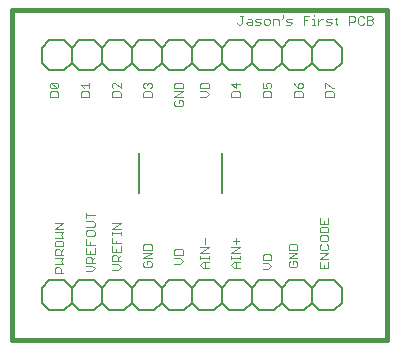
<source format=gto>
G75*
G70*
%OFA0B0*%
%FSLAX24Y24*%
%IPPOS*%
%LPD*%
%AMOC8*
5,1,8,0,0,1.08239X$1,22.5*
%
%ADD10C,0.0160*%
%ADD11C,0.0030*%
%ADD12C,0.0080*%
%ADD13C,0.0060*%
D10*
X000653Y000651D02*
X013153Y000651D01*
X013153Y011651D01*
X000653Y011651D01*
X000653Y000651D01*
D11*
X002081Y002895D02*
X002081Y003040D01*
X002129Y003088D01*
X002226Y003088D01*
X002274Y003040D01*
X002274Y002895D01*
X002371Y002895D02*
X002081Y002895D01*
X002081Y003189D02*
X002371Y003189D01*
X002274Y003286D01*
X002371Y003383D01*
X002081Y003383D01*
X002081Y003484D02*
X002081Y003629D01*
X002129Y003677D01*
X002226Y003677D01*
X002274Y003629D01*
X002274Y003484D01*
X002274Y003581D02*
X002371Y003677D01*
X002371Y003779D02*
X002371Y003924D01*
X002323Y003972D01*
X002129Y003972D01*
X002081Y003924D01*
X002081Y003779D01*
X002371Y003779D01*
X002371Y003484D02*
X002081Y003484D01*
X002081Y004073D02*
X002371Y004073D01*
X002274Y004170D01*
X002371Y004267D01*
X002081Y004267D01*
X002081Y004368D02*
X002371Y004561D01*
X002081Y004561D01*
X002081Y004368D02*
X002371Y004368D01*
X003120Y004420D02*
X003362Y004420D01*
X003411Y004468D01*
X003411Y004565D01*
X003362Y004613D01*
X003120Y004613D01*
X003120Y004714D02*
X003120Y004908D01*
X003120Y004811D02*
X003411Y004811D01*
X003362Y004319D02*
X003169Y004319D01*
X003120Y004270D01*
X003120Y004173D01*
X003169Y004125D01*
X003362Y004125D01*
X003411Y004173D01*
X003411Y004270D01*
X003362Y004319D01*
X003120Y004024D02*
X003120Y003830D01*
X003411Y003830D01*
X003411Y003729D02*
X003411Y003536D01*
X003120Y003536D01*
X003120Y003729D01*
X003265Y003632D02*
X003265Y003536D01*
X003265Y003435D02*
X003169Y003435D01*
X003120Y003386D01*
X003120Y003241D01*
X003411Y003241D01*
X003314Y003241D02*
X003314Y003386D01*
X003265Y003435D01*
X003314Y003338D02*
X003411Y003435D01*
X003314Y003140D02*
X003120Y003140D01*
X003120Y002946D02*
X003314Y002946D01*
X003411Y003043D01*
X003314Y003140D01*
X003986Y003186D02*
X004180Y003186D01*
X004277Y003090D01*
X004180Y002993D01*
X003986Y002993D01*
X003986Y003288D02*
X003986Y003433D01*
X004035Y003481D01*
X004132Y003481D01*
X004180Y003433D01*
X004180Y003288D01*
X004180Y003384D02*
X004277Y003481D01*
X004277Y003582D02*
X004277Y003776D01*
X004277Y003877D02*
X003986Y003877D01*
X003986Y004070D01*
X003986Y004171D02*
X003986Y004268D01*
X003986Y004220D02*
X004277Y004220D01*
X004277Y004268D02*
X004277Y004171D01*
X004132Y003974D02*
X004132Y003877D01*
X003986Y003776D02*
X003986Y003582D01*
X004277Y003582D01*
X004132Y003582D02*
X004132Y003679D01*
X004277Y003288D02*
X003986Y003288D01*
X003265Y003830D02*
X003265Y003927D01*
X003986Y004368D02*
X004277Y004561D01*
X003986Y004561D01*
X003986Y004368D02*
X004277Y004368D01*
X005026Y003820D02*
X005026Y003675D01*
X005316Y003675D01*
X005316Y003820D01*
X005268Y003868D01*
X005074Y003868D01*
X005026Y003820D01*
X005026Y003574D02*
X005316Y003574D01*
X005026Y003380D01*
X005316Y003380D01*
X005268Y003279D02*
X005171Y003279D01*
X005171Y003182D01*
X005074Y003086D02*
X005268Y003086D01*
X005316Y003134D01*
X005316Y003231D01*
X005268Y003279D01*
X005074Y003279D02*
X005026Y003231D01*
X005026Y003134D01*
X005074Y003086D01*
X006065Y003207D02*
X006259Y003207D01*
X006355Y003304D01*
X006259Y003401D01*
X006065Y003401D01*
X006065Y003502D02*
X006065Y003647D01*
X006114Y003695D01*
X006307Y003695D01*
X006355Y003647D01*
X006355Y003502D01*
X006065Y003502D01*
X006931Y003454D02*
X006931Y003357D01*
X006931Y003406D02*
X007222Y003406D01*
X007222Y003454D02*
X007222Y003357D01*
X007222Y003256D02*
X007028Y003256D01*
X006931Y003159D01*
X007028Y003063D01*
X007222Y003063D01*
X007076Y003063D02*
X007076Y003256D01*
X006931Y003554D02*
X007222Y003747D01*
X006931Y003747D01*
X007076Y003848D02*
X007076Y004042D01*
X007222Y003554D02*
X006931Y003554D01*
X007971Y003554D02*
X008261Y003747D01*
X007971Y003747D01*
X008116Y003848D02*
X008116Y004042D01*
X008019Y003945D02*
X008213Y003945D01*
X008261Y003554D02*
X007971Y003554D01*
X007971Y003454D02*
X007971Y003357D01*
X007971Y003406D02*
X008261Y003406D01*
X008261Y003454D02*
X008261Y003357D01*
X008261Y003256D02*
X008067Y003256D01*
X007971Y003159D01*
X008067Y003063D01*
X008261Y003063D01*
X008116Y003063D02*
X008116Y003256D01*
X009010Y003227D02*
X009204Y003227D01*
X009300Y003131D01*
X009204Y003034D01*
X009010Y003034D01*
X009010Y003329D02*
X009010Y003474D01*
X009058Y003522D01*
X009252Y003522D01*
X009300Y003474D01*
X009300Y003329D01*
X009010Y003329D01*
X009876Y003380D02*
X010166Y003574D01*
X009876Y003574D01*
X009876Y003675D02*
X009876Y003820D01*
X009925Y003868D01*
X010118Y003868D01*
X010166Y003820D01*
X010166Y003675D01*
X009876Y003675D01*
X009876Y003380D02*
X010166Y003380D01*
X010118Y003279D02*
X010021Y003279D01*
X010021Y003182D01*
X009925Y003086D02*
X010118Y003086D01*
X010166Y003134D01*
X010166Y003231D01*
X010118Y003279D01*
X009925Y003279D02*
X009876Y003231D01*
X009876Y003134D01*
X009925Y003086D01*
X010916Y003068D02*
X011206Y003068D01*
X011206Y003261D01*
X011206Y003363D02*
X010916Y003363D01*
X011206Y003556D01*
X010916Y003556D01*
X010964Y003657D02*
X011157Y003657D01*
X011206Y003706D01*
X011206Y003802D01*
X011157Y003851D01*
X011157Y003952D02*
X010964Y003952D01*
X010916Y004000D01*
X010916Y004097D01*
X010964Y004145D01*
X011157Y004145D01*
X011206Y004097D01*
X011206Y004000D01*
X011157Y003952D01*
X010964Y003851D02*
X010916Y003802D01*
X010916Y003706D01*
X010964Y003657D01*
X010916Y003261D02*
X010916Y003068D01*
X011061Y003068D02*
X011061Y003165D01*
X010916Y004246D02*
X011206Y004246D01*
X011206Y004392D01*
X011157Y004440D01*
X010964Y004440D01*
X010916Y004392D01*
X010916Y004246D01*
X010916Y004541D02*
X011206Y004541D01*
X011206Y004735D01*
X011061Y004638D02*
X011061Y004541D01*
X010916Y004541D02*
X010916Y004735D01*
X011089Y008750D02*
X011089Y008896D01*
X011137Y008944D01*
X011331Y008944D01*
X011379Y008896D01*
X011379Y008750D01*
X011089Y008750D01*
X011089Y009045D02*
X011089Y009239D01*
X011137Y009239D01*
X011331Y009045D01*
X011379Y009045D01*
X010340Y009093D02*
X010340Y009190D01*
X010291Y009239D01*
X010243Y009239D01*
X010195Y009190D01*
X010195Y009045D01*
X010291Y009045D01*
X010340Y009093D01*
X010195Y009045D02*
X010098Y009142D01*
X010049Y009239D01*
X010098Y008944D02*
X010049Y008896D01*
X010049Y008750D01*
X010340Y008750D01*
X010340Y008896D01*
X010291Y008944D01*
X010098Y008944D01*
X009300Y008896D02*
X009300Y008750D01*
X009010Y008750D01*
X009010Y008896D01*
X009058Y008944D01*
X009252Y008944D01*
X009300Y008896D01*
X009252Y009045D02*
X009300Y009093D01*
X009300Y009190D01*
X009252Y009239D01*
X009155Y009239D01*
X009107Y009190D01*
X009107Y009142D01*
X009155Y009045D01*
X009010Y009045D01*
X009010Y009239D01*
X008261Y009190D02*
X007971Y009190D01*
X008116Y009045D01*
X008116Y009239D01*
X008213Y008944D02*
X008019Y008944D01*
X007971Y008896D01*
X007971Y008750D01*
X008261Y008750D01*
X008261Y008896D01*
X008213Y008944D01*
X007222Y008847D02*
X007125Y008944D01*
X006931Y008944D01*
X006931Y009045D02*
X006931Y009190D01*
X006980Y009239D01*
X007173Y009239D01*
X007222Y009190D01*
X007222Y009045D01*
X006931Y009045D01*
X006931Y008750D02*
X007125Y008750D01*
X007222Y008847D01*
X006355Y008750D02*
X006065Y008750D01*
X006355Y008944D01*
X006065Y008944D01*
X006065Y009045D02*
X006065Y009190D01*
X006114Y009239D01*
X006307Y009239D01*
X006355Y009190D01*
X006355Y009045D01*
X006065Y009045D01*
X006114Y008649D02*
X006065Y008601D01*
X006065Y008504D01*
X006114Y008456D01*
X006307Y008456D01*
X006355Y008504D01*
X006355Y008601D01*
X006307Y008649D01*
X006210Y008649D01*
X006210Y008553D01*
X005316Y008750D02*
X005316Y008896D01*
X005268Y008944D01*
X005074Y008944D01*
X005026Y008896D01*
X005026Y008750D01*
X005316Y008750D01*
X005268Y009045D02*
X005316Y009093D01*
X005316Y009190D01*
X005268Y009239D01*
X005219Y009239D01*
X005171Y009190D01*
X005171Y009142D01*
X005171Y009190D02*
X005123Y009239D01*
X005074Y009239D01*
X005026Y009190D01*
X005026Y009093D01*
X005074Y009045D01*
X004277Y009045D02*
X004083Y009239D01*
X004035Y009239D01*
X003986Y009190D01*
X003986Y009093D01*
X004035Y009045D01*
X004035Y008944D02*
X003986Y008896D01*
X003986Y008750D01*
X004277Y008750D01*
X004277Y008896D01*
X004228Y008944D01*
X004035Y008944D01*
X004277Y009045D02*
X004277Y009239D01*
X003237Y009239D02*
X003237Y009045D01*
X003237Y009142D02*
X002947Y009142D01*
X003044Y009045D01*
X002995Y008944D02*
X002947Y008896D01*
X002947Y008750D01*
X003237Y008750D01*
X003237Y008896D01*
X003189Y008944D01*
X002995Y008944D01*
X002198Y008896D02*
X002198Y008750D01*
X001908Y008750D01*
X001908Y008896D01*
X001956Y008944D01*
X002150Y008944D01*
X002198Y008896D01*
X002150Y009045D02*
X001956Y009045D01*
X001908Y009093D01*
X001908Y009190D01*
X001956Y009239D01*
X002150Y009045D01*
X002198Y009093D01*
X002198Y009190D01*
X002150Y009239D01*
X001956Y009239D01*
X008168Y011215D02*
X008216Y011166D01*
X008264Y011166D01*
X008313Y011215D01*
X008313Y011457D01*
X008361Y011457D02*
X008264Y011457D01*
X008511Y011360D02*
X008608Y011360D01*
X008656Y011312D01*
X008656Y011166D01*
X008511Y011166D01*
X008462Y011215D01*
X008511Y011263D01*
X008656Y011263D01*
X008757Y011312D02*
X008805Y011360D01*
X008951Y011360D01*
X008902Y011263D02*
X008805Y011263D01*
X008757Y011312D01*
X008757Y011166D02*
X008902Y011166D01*
X008951Y011215D01*
X008902Y011263D01*
X009052Y011215D02*
X009100Y011166D01*
X009197Y011166D01*
X009245Y011215D01*
X009245Y011312D01*
X009197Y011360D01*
X009100Y011360D01*
X009052Y011312D01*
X009052Y011215D01*
X009346Y011166D02*
X009346Y011360D01*
X009491Y011360D01*
X009540Y011312D01*
X009540Y011166D01*
X009788Y011166D02*
X009933Y011166D01*
X009982Y011215D01*
X009933Y011263D01*
X009837Y011263D01*
X009788Y011312D01*
X009837Y011360D01*
X009982Y011360D01*
X009689Y011408D02*
X009641Y011360D01*
X009689Y011408D02*
X009689Y011505D01*
X010378Y011457D02*
X010378Y011166D01*
X010378Y011312D02*
X010474Y011312D01*
X010378Y011457D02*
X010571Y011457D01*
X010672Y011360D02*
X010721Y011360D01*
X010721Y011166D01*
X010769Y011166D02*
X010672Y011166D01*
X010869Y011166D02*
X010869Y011360D01*
X010965Y011360D02*
X010869Y011263D01*
X010965Y011360D02*
X011014Y011360D01*
X011114Y011312D02*
X011163Y011360D01*
X011308Y011360D01*
X011409Y011360D02*
X011506Y011360D01*
X011457Y011408D02*
X011457Y011215D01*
X011506Y011166D01*
X011308Y011215D02*
X011259Y011166D01*
X011114Y011166D01*
X011163Y011263D02*
X011114Y011312D01*
X011163Y011263D02*
X011259Y011263D01*
X011308Y011215D01*
X010721Y011457D02*
X010721Y011505D01*
X011900Y011457D02*
X011900Y011166D01*
X011900Y011263D02*
X012045Y011263D01*
X012093Y011312D01*
X012093Y011408D01*
X012045Y011457D01*
X011900Y011457D01*
X012195Y011408D02*
X012195Y011215D01*
X012243Y011166D01*
X012340Y011166D01*
X012388Y011215D01*
X012489Y011166D02*
X012634Y011166D01*
X012683Y011215D01*
X012683Y011263D01*
X012634Y011312D01*
X012489Y011312D01*
X012388Y011408D02*
X012340Y011457D01*
X012243Y011457D01*
X012195Y011408D01*
X012489Y011457D02*
X012489Y011166D01*
X012634Y011312D02*
X012683Y011360D01*
X012683Y011408D01*
X012634Y011457D01*
X012489Y011457D01*
D12*
X007653Y006901D02*
X007653Y005551D01*
X004903Y005551D02*
X004903Y006901D01*
D13*
X004903Y009651D02*
X005403Y009651D01*
X005653Y009901D01*
X005903Y009651D01*
X006403Y009651D01*
X006653Y009901D01*
X006653Y010401D01*
X006403Y010651D01*
X005903Y010651D01*
X005653Y010401D01*
X005653Y009901D01*
X005653Y010401D02*
X005403Y010651D01*
X004903Y010651D01*
X004653Y010401D01*
X004653Y009901D01*
X004903Y009651D01*
X004653Y009901D02*
X004403Y009651D01*
X003903Y009651D01*
X003653Y009901D01*
X003403Y009651D01*
X002903Y009651D01*
X002653Y009901D01*
X002403Y009651D01*
X001903Y009651D01*
X001653Y009901D01*
X001653Y010401D01*
X001903Y010651D01*
X002403Y010651D01*
X002653Y010401D01*
X002903Y010651D01*
X003403Y010651D01*
X003653Y010401D01*
X003653Y009901D01*
X003653Y010401D02*
X003903Y010651D01*
X004403Y010651D01*
X004653Y010401D01*
X002653Y010401D02*
X002653Y009901D01*
X006653Y009901D02*
X006903Y009651D01*
X007403Y009651D01*
X007653Y009901D01*
X007903Y009651D01*
X008403Y009651D01*
X008653Y009901D01*
X008903Y009651D01*
X009403Y009651D01*
X009653Y009901D01*
X009653Y010401D01*
X009403Y010651D01*
X008903Y010651D01*
X008653Y010401D01*
X008653Y009901D01*
X008653Y010401D02*
X008403Y010651D01*
X007903Y010651D01*
X007653Y010401D01*
X007653Y009901D01*
X007653Y010401D02*
X007403Y010651D01*
X006903Y010651D01*
X006653Y010401D01*
X009653Y010401D02*
X009903Y010651D01*
X010403Y010651D01*
X010653Y010401D01*
X010903Y010651D01*
X011403Y010651D01*
X011653Y010401D01*
X011653Y009901D01*
X011403Y009651D01*
X010903Y009651D01*
X010653Y009901D01*
X010403Y009651D01*
X009903Y009651D01*
X009653Y009901D01*
X010653Y009901D02*
X010653Y010401D01*
X010403Y002651D02*
X009903Y002651D01*
X009653Y002401D01*
X009653Y001901D01*
X009903Y001651D01*
X010403Y001651D01*
X010653Y001901D01*
X010653Y002401D01*
X010403Y002651D01*
X010653Y002401D02*
X010903Y002651D01*
X011403Y002651D01*
X011653Y002401D01*
X011653Y001901D01*
X011403Y001651D01*
X010903Y001651D01*
X010653Y001901D01*
X009653Y001901D02*
X009403Y001651D01*
X008903Y001651D01*
X008653Y001901D01*
X008403Y001651D01*
X007903Y001651D01*
X007653Y001901D01*
X007403Y001651D01*
X006903Y001651D01*
X006653Y001901D01*
X006653Y002401D01*
X006903Y002651D01*
X007403Y002651D01*
X007653Y002401D01*
X007903Y002651D01*
X008403Y002651D01*
X008653Y002401D01*
X008903Y002651D01*
X009403Y002651D01*
X009653Y002401D01*
X008653Y002401D02*
X008653Y001901D01*
X007653Y001901D02*
X007653Y002401D01*
X006653Y002401D02*
X006403Y002651D01*
X005903Y002651D01*
X005653Y002401D01*
X005403Y002651D01*
X004903Y002651D01*
X004653Y002401D01*
X004403Y002651D01*
X003903Y002651D01*
X003653Y002401D01*
X003653Y001901D01*
X003903Y001651D01*
X004403Y001651D01*
X004653Y001901D01*
X004653Y002401D01*
X004653Y001901D02*
X004903Y001651D01*
X005403Y001651D01*
X005653Y001901D01*
X005653Y002401D01*
X005653Y001901D02*
X005903Y001651D01*
X006403Y001651D01*
X006653Y001901D01*
X003653Y001901D02*
X003403Y001651D01*
X002903Y001651D01*
X002653Y001901D01*
X002403Y001651D01*
X001903Y001651D01*
X001653Y001901D01*
X001653Y002401D01*
X001903Y002651D01*
X002403Y002651D01*
X002653Y002401D01*
X002903Y002651D01*
X003403Y002651D01*
X003653Y002401D01*
X002653Y002401D02*
X002653Y001901D01*
M02*

</source>
